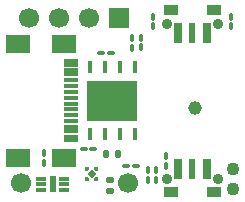
<source format=gbr>
%TF.GenerationSoftware,KiCad,Pcbnew,9.0.6-rc1*%
%TF.CreationDate,2025-12-13T16:16:27+01:00*%
%TF.ProjectId,hardware_V8,68617264-7761-4726-955f-56382e6b6963,rev?*%
%TF.SameCoordinates,Original*%
%TF.FileFunction,Soldermask,Bot*%
%TF.FilePolarity,Negative*%
%FSLAX46Y46*%
G04 Gerber Fmt 4.6, Leading zero omitted, Abs format (unit mm)*
G04 Created by KiCad (PCBNEW 9.0.6-rc1) date 2025-12-13 16:16:27*
%MOMM*%
%LPD*%
G01*
G04 APERTURE LIST*
G04 Aperture macros list*
%AMRoundRect*
0 Rectangle with rounded corners*
0 $1 Rounding radius*
0 $2 $3 $4 $5 $6 $7 $8 $9 X,Y pos of 4 corners*
0 Add a 4 corners polygon primitive as box body*
4,1,4,$2,$3,$4,$5,$6,$7,$8,$9,$2,$3,0*
0 Add four circle primitives for the rounded corners*
1,1,$1+$1,$2,$3*
1,1,$1+$1,$4,$5*
1,1,$1+$1,$6,$7*
1,1,$1+$1,$8,$9*
0 Add four rect primitives between the rounded corners*
20,1,$1+$1,$2,$3,$4,$5,0*
20,1,$1+$1,$4,$5,$6,$7,0*
20,1,$1+$1,$6,$7,$8,$9,0*
20,1,$1+$1,$8,$9,$2,$3,0*%
%AMRotRect*
0 Rectangle, with rotation*
0 The origin of the aperture is its center*
0 $1 length*
0 $2 width*
0 $3 Rotation angle, in degrees counterclockwise*
0 Add horizontal line*
21,1,$1,$2,0,0,$3*%
%AMOutline5P*
0 Free polygon, 5 corners , with rotation*
0 The origin of the aperture is its center*
0 number of corners: always 5*
0 $1 to $10 corner X, Y*
0 $11 Rotation angle, in degrees counterclockwise*
0 create outline with 5 corners*
4,1,5,$1,$2,$3,$4,$5,$6,$7,$8,$9,$10,$1,$2,$11*%
%AMOutline6P*
0 Free polygon, 6 corners , with rotation*
0 The origin of the aperture is its center*
0 number of corners: always 6*
0 $1 to $12 corner X, Y*
0 $13 Rotation angle, in degrees counterclockwise*
0 create outline with 6 corners*
4,1,6,$1,$2,$3,$4,$5,$6,$7,$8,$9,$10,$11,$12,$1,$2,$13*%
%AMOutline7P*
0 Free polygon, 7 corners , with rotation*
0 The origin of the aperture is its center*
0 number of corners: always 7*
0 $1 to $14 corner X, Y*
0 $15 Rotation angle, in degrees counterclockwise*
0 create outline with 7 corners*
4,1,7,$1,$2,$3,$4,$5,$6,$7,$8,$9,$10,$11,$12,$13,$14,$1,$2,$15*%
%AMOutline8P*
0 Free polygon, 8 corners , with rotation*
0 The origin of the aperture is its center*
0 number of corners: always 8*
0 $1 to $16 corner X, Y*
0 $17 Rotation angle, in degrees counterclockwise*
0 create outline with 8 corners*
4,1,8,$1,$2,$3,$4,$5,$6,$7,$8,$9,$10,$11,$12,$13,$14,$15,$16,$1,$2,$17*%
G04 Aperture macros list end*
%ADD10C,1.150000*%
%ADD11C,1.100000*%
%ADD12C,0.900000*%
%ADD13R,0.750000X1.800000*%
%ADD14R,0.600000X1.800000*%
%ADD15R,1.300000X0.900000*%
%ADD16R,1.150000X0.300000*%
%ADD17R,2.000000X1.600000*%
%ADD18R,1.700000X1.700000*%
%ADD19C,1.700000*%
%ADD20Outline5P,-0.207500X0.150000X0.057500X0.150000X0.207500X0.000000X0.207500X-0.150000X-0.207500X-0.150000X270.000000*%
%ADD21Outline5P,-0.207500X0.150000X0.207500X0.150000X0.207500X0.000000X0.057500X-0.150000X-0.207500X-0.150000X270.000000*%
%ADD22RotRect,0.500000X0.500000X225.000000*%
%ADD23Outline5P,-0.207500X0.150000X0.207500X0.150000X0.207500X-0.150000X-0.057500X-0.150000X-0.207500X0.000000X270.000000*%
%ADD24Outline5P,-0.207500X0.000000X-0.057500X0.150000X0.207500X0.150000X0.207500X-0.150000X-0.207500X-0.150000X270.000000*%
%ADD25RoundRect,0.100000X-0.100000X0.217500X-0.100000X-0.217500X0.100000X-0.217500X0.100000X0.217500X0*%
%ADD26RoundRect,0.100000X0.100000X-0.217500X0.100000X0.217500X-0.100000X0.217500X-0.100000X-0.217500X0*%
%ADD27RoundRect,0.100000X-0.217500X-0.100000X0.217500X-0.100000X0.217500X0.100000X-0.217500X0.100000X0*%
%ADD28R,0.450000X1.050000*%
%ADD29R,4.350000X3.450000*%
%ADD30R,0.850000X0.300000*%
%ADD31R,0.610000X1.420000*%
%ADD32RoundRect,0.100000X0.217500X0.100000X-0.217500X0.100000X-0.217500X-0.100000X0.217500X-0.100000X0*%
%ADD33RoundRect,0.140000X0.170000X-0.140000X0.170000X0.140000X-0.170000X0.140000X-0.170000X-0.140000X0*%
%ADD34RoundRect,0.140000X-0.140000X-0.170000X0.140000X-0.170000X0.140000X0.170000X-0.140000X0.170000X0*%
G04 APERTURE END LIST*
D10*
%TO.C,U3*%
X110200000Y-100600000D03*
%TD*%
D11*
%TO.C,TP1*%
X113450000Y-105800000D03*
%TD*%
%TO.C,TP2*%
X113450000Y-107450000D03*
%TD*%
D12*
%TO.C,S3*%
X112125000Y-106675000D03*
X107875000Y-106675000D03*
D13*
X111225000Y-105775000D03*
D14*
X110000000Y-105775000D03*
D13*
X108775000Y-105775000D03*
D15*
X111850000Y-107725000D03*
X108150000Y-107725000D03*
%TD*%
D12*
%TO.C,S1*%
X107875000Y-93500000D03*
X112125000Y-93500000D03*
D13*
X108775000Y-94250000D03*
D14*
X110000000Y-94250000D03*
D13*
X111225000Y-94250000D03*
D15*
X108150000Y-92300000D03*
X111850000Y-92300000D03*
%TD*%
D16*
%TO.C,J3*%
X99705000Y-103350000D03*
X99705000Y-102550000D03*
X99705000Y-101250000D03*
X99705000Y-100250000D03*
X99705000Y-99750000D03*
X99705000Y-98750000D03*
X99705000Y-97450000D03*
X99705000Y-96650000D03*
X99705000Y-96950000D03*
X99705000Y-97750000D03*
X99705000Y-98250000D03*
X99705000Y-99250000D03*
X99705000Y-100750000D03*
X99705000Y-101750000D03*
X99705000Y-102250000D03*
X99705000Y-103050000D03*
D17*
X95200000Y-104820000D03*
X95200000Y-95180000D03*
X99130000Y-104820000D03*
X99130000Y-95180000D03*
%TD*%
D18*
%TO.C,U4*%
X103810000Y-93000000D03*
D19*
X101270000Y-93000000D03*
X98730000Y-93000000D03*
X96190000Y-93000000D03*
X104500000Y-107000000D03*
X95500000Y-107000000D03*
%TD*%
D20*
%TO.C,U2*%
X101100000Y-105815000D03*
D21*
X101810000Y-105815000D03*
D22*
X101455000Y-106207500D03*
D23*
X101810000Y-106600000D03*
D24*
X101100000Y-106600000D03*
%TD*%
D25*
%TO.C,R18*%
X106200000Y-105892500D03*
X106200000Y-106707500D03*
%TD*%
D26*
%TO.C,R17*%
X97400000Y-105240000D03*
X97400000Y-104425000D03*
%TD*%
D27*
%TO.C,R13*%
X102292500Y-96000000D03*
X103107500Y-96000000D03*
%TD*%
D26*
%TO.C,R12*%
X105660000Y-95477500D03*
X105660000Y-94662500D03*
%TD*%
%TO.C,R11*%
X104870000Y-95507500D03*
X104870000Y-94692500D03*
%TD*%
D25*
%TO.C,R9*%
X106900000Y-105892500D03*
X106900000Y-106707500D03*
%TD*%
D26*
%TO.C,R7*%
X106700000Y-93715000D03*
X106700000Y-92900000D03*
%TD*%
D27*
%TO.C,R5*%
X104392500Y-105500000D03*
X105207500Y-105500000D03*
%TD*%
D28*
%TO.C,IC6*%
X101290000Y-97150000D03*
X102560000Y-97150000D03*
X103830000Y-97150000D03*
X105100000Y-97150000D03*
X105100000Y-102850000D03*
X103830000Y-102850000D03*
X102560000Y-102850000D03*
X101290000Y-102850000D03*
D29*
X103195000Y-100000000D03*
%TD*%
D30*
%TO.C,IC5*%
X99100000Y-106600000D03*
X99100000Y-107100000D03*
X99100000Y-107600000D03*
X97200000Y-107600000D03*
X97200000Y-107100000D03*
X97200000Y-106600000D03*
D31*
X98150000Y-107100000D03*
%TD*%
D25*
%TO.C,C20*%
X107800000Y-104692500D03*
X107800000Y-105507500D03*
%TD*%
D32*
%TO.C,C11*%
X101607500Y-104100000D03*
X100792500Y-104100000D03*
%TD*%
D26*
%TO.C,C7*%
X113300000Y-93707500D03*
X113300000Y-92892500D03*
%TD*%
D33*
%TO.C,C4*%
X103000000Y-107680000D03*
X103000000Y-106720000D03*
%TD*%
D34*
%TO.C,C1*%
X102720000Y-104500000D03*
X103680000Y-104500000D03*
%TD*%
M02*

</source>
